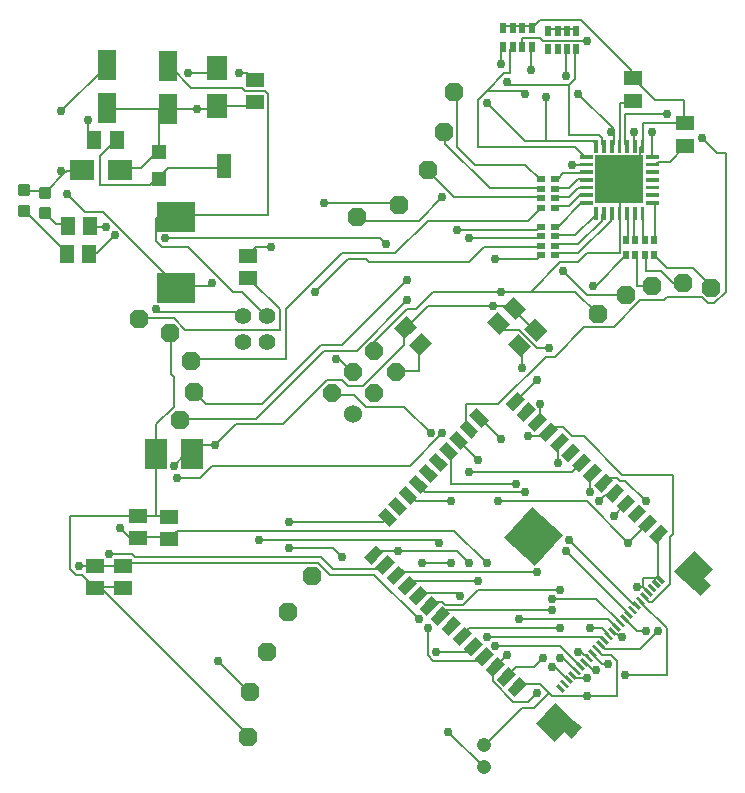
<source format=gbr>
G04 EAGLE Gerber RS-274X export*
G75*
%MOMM*%
%FSLAX34Y34*%
%LPD*%
%INTop Copper*%
%IPPOS*%
%AMOC8*
5,1,8,0,0,1.08239X$1,22.5*%
G01*
%ADD10R,1.500000X1.300000*%
%ADD11R,2.150000X1.800000*%
%ADD12R,1.800000X2.150000*%
%ADD13R,1.600000X2.600000*%
%ADD14R,0.300000X0.800000*%
%ADD15R,2.400000X2.200000*%
%ADD16R,1.300000X0.850000*%
%ADD17R,3.250000X2.500000*%
%ADD18R,1.300000X1.500000*%
%ADD19R,1.300000X1.600000*%
%ADD20R,1.300000X1.300000*%
%ADD21R,1.300000X2.000000*%
%ADD22R,1.950000X2.500000*%
%ADD23C,1.524000*%
%ADD24P,1.649562X8X67.900000*%
%ADD25C,0.080000*%
%ADD26R,4.100000X4.100000*%
%ADD27R,0.650000X0.500000*%
%ADD28R,0.500000X0.650000*%
%ADD29R,1.450000X0.860000*%
%ADD30R,3.500000X3.500000*%
%ADD31R,0.500000X0.900000*%
%ADD32C,0.300000*%
%ADD33R,1.600000X1.300000*%
%ADD34P,1.732040X8X22.500000*%
%ADD35C,1.208000*%
%ADD36C,1.408000*%
%ADD37C,0.203200*%
%ADD38C,0.756400*%


D10*
X-96380Y254130D03*
X-96380Y235130D03*
D11*
X-242590Y178040D03*
X-210090Y178040D03*
D12*
X-128500Y264450D03*
X-128500Y231950D03*
D13*
X-169580Y265980D03*
X-169580Y229980D03*
X-221780Y266580D03*
X-221780Y230580D03*
D14*
G36*
X166724Y-262454D02*
X164705Y-264673D01*
X158788Y-259290D01*
X160807Y-257071D01*
X166724Y-262454D01*
G37*
G36*
X170089Y-258755D02*
X168070Y-260974D01*
X162153Y-255591D01*
X164172Y-253372D01*
X170089Y-258755D01*
G37*
G36*
X173454Y-255057D02*
X171435Y-257276D01*
X165518Y-251893D01*
X167537Y-249674D01*
X173454Y-255057D01*
G37*
G36*
X176819Y-251359D02*
X174800Y-253578D01*
X168883Y-248195D01*
X170902Y-245976D01*
X176819Y-251359D01*
G37*
G36*
X180184Y-247661D02*
X178165Y-249880D01*
X172248Y-244497D01*
X174267Y-242278D01*
X180184Y-247661D01*
G37*
G36*
X183549Y-243963D02*
X181530Y-246182D01*
X175613Y-240799D01*
X177632Y-238580D01*
X183549Y-243963D01*
G37*
G36*
X186914Y-240265D02*
X184895Y-242484D01*
X178978Y-237101D01*
X180997Y-234882D01*
X186914Y-240265D01*
G37*
G36*
X190279Y-236567D02*
X188260Y-238786D01*
X182343Y-233403D01*
X184362Y-231184D01*
X190279Y-236567D01*
G37*
G36*
X193644Y-232868D02*
X191625Y-235087D01*
X185708Y-229704D01*
X187727Y-227485D01*
X193644Y-232868D01*
G37*
G36*
X197010Y-229170D02*
X194991Y-231389D01*
X189074Y-226006D01*
X191093Y-223787D01*
X197010Y-229170D01*
G37*
G36*
X200375Y-225472D02*
X198356Y-227691D01*
X192439Y-222308D01*
X194458Y-220089D01*
X200375Y-225472D01*
G37*
G36*
X203740Y-221774D02*
X201721Y-223993D01*
X195804Y-218610D01*
X197823Y-216391D01*
X203740Y-221774D01*
G37*
G36*
X207105Y-218076D02*
X205086Y-220295D01*
X199169Y-214912D01*
X201188Y-212693D01*
X207105Y-218076D01*
G37*
G36*
X210470Y-214378D02*
X208451Y-216597D01*
X202534Y-211214D01*
X204553Y-208995D01*
X210470Y-214378D01*
G37*
G36*
X213835Y-210679D02*
X211816Y-212898D01*
X205899Y-207515D01*
X207918Y-205296D01*
X213835Y-210679D01*
G37*
G36*
X217200Y-206981D02*
X215181Y-209200D01*
X209264Y-203817D01*
X211283Y-201598D01*
X217200Y-206981D01*
G37*
G36*
X220565Y-203283D02*
X218546Y-205502D01*
X212629Y-200119D01*
X214648Y-197900D01*
X220565Y-203283D01*
G37*
G36*
X223930Y-199585D02*
X221911Y-201804D01*
X215994Y-196421D01*
X218013Y-194202D01*
X223930Y-199585D01*
G37*
G36*
X227295Y-195887D02*
X225276Y-198106D01*
X219359Y-192723D01*
X221378Y-190504D01*
X227295Y-195887D01*
G37*
G36*
X230660Y-192189D02*
X228641Y-194408D01*
X222724Y-189025D01*
X224743Y-186806D01*
X230660Y-192189D01*
G37*
G36*
X234025Y-188491D02*
X232006Y-190710D01*
X226089Y-185327D01*
X228108Y-183108D01*
X234025Y-188491D01*
G37*
G36*
X237390Y-184792D02*
X235371Y-187011D01*
X229454Y-181628D01*
X231473Y-179409D01*
X237390Y-184792D01*
G37*
G36*
X240755Y-181094D02*
X238736Y-183313D01*
X232819Y-177930D01*
X234838Y-175711D01*
X240755Y-181094D01*
G37*
G36*
X244120Y-177396D02*
X242101Y-179615D01*
X236184Y-174232D01*
X238203Y-172013D01*
X244120Y-177396D01*
G37*
G36*
X247485Y-173698D02*
X245466Y-175917D01*
X239549Y-170534D01*
X241568Y-168315D01*
X247485Y-173698D01*
G37*
G36*
X250851Y-170000D02*
X248832Y-172219D01*
X242915Y-166836D01*
X244934Y-164617D01*
X250851Y-170000D01*
G37*
D15*
G36*
X174313Y-288289D02*
X158160Y-306039D01*
X141889Y-291233D01*
X158042Y-273483D01*
X174313Y-288289D01*
G37*
D16*
G36*
X180600Y-294009D02*
X171851Y-303623D01*
X165564Y-297903D01*
X174313Y-288289D01*
X180600Y-294009D01*
G37*
G36*
X290301Y-173449D02*
X281552Y-183063D01*
X275265Y-177343D01*
X284014Y-167729D01*
X290301Y-173449D01*
G37*
D15*
G36*
X291417Y-159593D02*
X275264Y-177343D01*
X258993Y-162537D01*
X275146Y-144787D01*
X291417Y-159593D01*
G37*
D17*
X-163260Y137820D03*
X-163260Y77820D03*
D18*
G36*
X30050Y34465D02*
X21317Y44096D01*
X32428Y54171D01*
X41161Y44540D01*
X30050Y34465D01*
G37*
G36*
X42812Y20389D02*
X34079Y30020D01*
X45190Y40095D01*
X53923Y30464D01*
X42812Y20389D01*
G37*
D19*
X-235700Y130840D03*
X-254700Y130840D03*
X-236260Y106820D03*
X-255260Y106820D03*
D20*
X-177780Y193080D03*
X-177780Y170080D03*
D21*
X-122780Y181580D03*
D19*
X-213300Y203300D03*
X-232300Y203300D03*
D18*
G36*
X119715Y46799D02*
X110176Y37966D01*
X99985Y48971D01*
X109524Y57804D01*
X119715Y46799D01*
G37*
G36*
X133655Y59709D02*
X124116Y50876D01*
X113925Y61881D01*
X123464Y70714D01*
X133655Y59709D01*
G37*
G36*
X137506Y28275D02*
X128076Y19327D01*
X117752Y30207D01*
X127182Y39155D01*
X137506Y28275D01*
G37*
G36*
X151288Y41353D02*
X141858Y32405D01*
X131534Y43285D01*
X140964Y52233D01*
X151288Y41353D01*
G37*
D22*
X-149590Y-62240D03*
X-180090Y-62240D03*
D10*
X-168880Y-134610D03*
X-168880Y-115610D03*
X-195130Y-133900D03*
X-195130Y-114900D03*
X-208060Y-157140D03*
X-208060Y-176140D03*
X-231940Y-157220D03*
X-231940Y-176220D03*
D23*
X-12792Y-29003D03*
D24*
X5043Y-10917D03*
X22877Y7168D03*
X-30877Y-11168D03*
X-13043Y6917D03*
X4792Y25003D03*
D10*
X224000Y236500D03*
X224000Y255500D03*
D25*
X193700Y146950D02*
X193700Y136750D01*
X191300Y136750D01*
X191300Y146950D01*
X193700Y146950D01*
X193700Y137510D02*
X191300Y137510D01*
X191300Y138270D02*
X193700Y138270D01*
X193700Y139030D02*
X191300Y139030D01*
X191300Y139790D02*
X193700Y139790D01*
X193700Y140550D02*
X191300Y140550D01*
X191300Y141310D02*
X193700Y141310D01*
X193700Y142070D02*
X191300Y142070D01*
X191300Y142830D02*
X193700Y142830D01*
X193700Y143590D02*
X191300Y143590D01*
X191300Y144350D02*
X193700Y144350D01*
X193700Y145110D02*
X191300Y145110D01*
X191300Y145870D02*
X193700Y145870D01*
X193700Y146630D02*
X191300Y146630D01*
X200200Y146950D02*
X200200Y136750D01*
X197800Y136750D01*
X197800Y146950D01*
X200200Y146950D01*
X200200Y137510D02*
X197800Y137510D01*
X197800Y138270D02*
X200200Y138270D01*
X200200Y139030D02*
X197800Y139030D01*
X197800Y139790D02*
X200200Y139790D01*
X200200Y140550D02*
X197800Y140550D01*
X197800Y141310D02*
X200200Y141310D01*
X200200Y142070D02*
X197800Y142070D01*
X197800Y142830D02*
X200200Y142830D01*
X200200Y143590D02*
X197800Y143590D01*
X197800Y144350D02*
X200200Y144350D01*
X200200Y145110D02*
X197800Y145110D01*
X197800Y145870D02*
X200200Y145870D01*
X200200Y146630D02*
X197800Y146630D01*
X206700Y146950D02*
X206700Y136750D01*
X204300Y136750D01*
X204300Y146950D01*
X206700Y146950D01*
X206700Y137510D02*
X204300Y137510D01*
X204300Y138270D02*
X206700Y138270D01*
X206700Y139030D02*
X204300Y139030D01*
X204300Y139790D02*
X206700Y139790D01*
X206700Y140550D02*
X204300Y140550D01*
X204300Y141310D02*
X206700Y141310D01*
X206700Y142070D02*
X204300Y142070D01*
X204300Y142830D02*
X206700Y142830D01*
X206700Y143590D02*
X204300Y143590D01*
X204300Y144350D02*
X206700Y144350D01*
X206700Y145110D02*
X204300Y145110D01*
X204300Y145870D02*
X206700Y145870D01*
X206700Y146630D02*
X204300Y146630D01*
X213200Y146950D02*
X213200Y136750D01*
X210800Y136750D01*
X210800Y146950D01*
X213200Y146950D01*
X213200Y137510D02*
X210800Y137510D01*
X210800Y138270D02*
X213200Y138270D01*
X213200Y139030D02*
X210800Y139030D01*
X210800Y139790D02*
X213200Y139790D01*
X213200Y140550D02*
X210800Y140550D01*
X210800Y141310D02*
X213200Y141310D01*
X213200Y142070D02*
X210800Y142070D01*
X210800Y142830D02*
X213200Y142830D01*
X213200Y143590D02*
X210800Y143590D01*
X210800Y144350D02*
X213200Y144350D01*
X213200Y145110D02*
X210800Y145110D01*
X210800Y145870D02*
X213200Y145870D01*
X213200Y146630D02*
X210800Y146630D01*
X219700Y146950D02*
X219700Y136750D01*
X217300Y136750D01*
X217300Y146950D01*
X219700Y146950D01*
X219700Y137510D02*
X217300Y137510D01*
X217300Y138270D02*
X219700Y138270D01*
X219700Y139030D02*
X217300Y139030D01*
X217300Y139790D02*
X219700Y139790D01*
X219700Y140550D02*
X217300Y140550D01*
X217300Y141310D02*
X219700Y141310D01*
X219700Y142070D02*
X217300Y142070D01*
X217300Y142830D02*
X219700Y142830D01*
X219700Y143590D02*
X217300Y143590D01*
X217300Y144350D02*
X219700Y144350D01*
X219700Y145110D02*
X217300Y145110D01*
X217300Y145870D02*
X219700Y145870D01*
X219700Y146630D02*
X217300Y146630D01*
X226200Y146950D02*
X226200Y136750D01*
X223800Y136750D01*
X223800Y146950D01*
X226200Y146950D01*
X226200Y137510D02*
X223800Y137510D01*
X223800Y138270D02*
X226200Y138270D01*
X226200Y139030D02*
X223800Y139030D01*
X223800Y139790D02*
X226200Y139790D01*
X226200Y140550D02*
X223800Y140550D01*
X223800Y141310D02*
X226200Y141310D01*
X226200Y142070D02*
X223800Y142070D01*
X223800Y142830D02*
X226200Y142830D01*
X226200Y143590D02*
X223800Y143590D01*
X223800Y144350D02*
X226200Y144350D01*
X226200Y145110D02*
X223800Y145110D01*
X223800Y145870D02*
X226200Y145870D01*
X226200Y146630D02*
X223800Y146630D01*
X232700Y146950D02*
X232700Y136750D01*
X230300Y136750D01*
X230300Y146950D01*
X232700Y146950D01*
X232700Y137510D02*
X230300Y137510D01*
X230300Y138270D02*
X232700Y138270D01*
X232700Y139030D02*
X230300Y139030D01*
X230300Y139790D02*
X232700Y139790D01*
X232700Y140550D02*
X230300Y140550D01*
X230300Y141310D02*
X232700Y141310D01*
X232700Y142070D02*
X230300Y142070D01*
X230300Y142830D02*
X232700Y142830D01*
X232700Y143590D02*
X230300Y143590D01*
X230300Y144350D02*
X232700Y144350D01*
X232700Y145110D02*
X230300Y145110D01*
X230300Y145870D02*
X232700Y145870D01*
X232700Y146630D02*
X230300Y146630D01*
X232700Y193050D02*
X232700Y203250D01*
X232700Y193050D02*
X230300Y193050D01*
X230300Y203250D01*
X232700Y203250D01*
X232700Y193810D02*
X230300Y193810D01*
X230300Y194570D02*
X232700Y194570D01*
X232700Y195330D02*
X230300Y195330D01*
X230300Y196090D02*
X232700Y196090D01*
X232700Y196850D02*
X230300Y196850D01*
X230300Y197610D02*
X232700Y197610D01*
X232700Y198370D02*
X230300Y198370D01*
X230300Y199130D02*
X232700Y199130D01*
X232700Y199890D02*
X230300Y199890D01*
X230300Y200650D02*
X232700Y200650D01*
X232700Y201410D02*
X230300Y201410D01*
X230300Y202170D02*
X232700Y202170D01*
X232700Y202930D02*
X230300Y202930D01*
X226200Y203250D02*
X226200Y193050D01*
X223800Y193050D01*
X223800Y203250D01*
X226200Y203250D01*
X226200Y193810D02*
X223800Y193810D01*
X223800Y194570D02*
X226200Y194570D01*
X226200Y195330D02*
X223800Y195330D01*
X223800Y196090D02*
X226200Y196090D01*
X226200Y196850D02*
X223800Y196850D01*
X223800Y197610D02*
X226200Y197610D01*
X226200Y198370D02*
X223800Y198370D01*
X223800Y199130D02*
X226200Y199130D01*
X226200Y199890D02*
X223800Y199890D01*
X223800Y200650D02*
X226200Y200650D01*
X226200Y201410D02*
X223800Y201410D01*
X223800Y202170D02*
X226200Y202170D01*
X226200Y202930D02*
X223800Y202930D01*
X219700Y203250D02*
X219700Y193050D01*
X217300Y193050D01*
X217300Y203250D01*
X219700Y203250D01*
X219700Y193810D02*
X217300Y193810D01*
X217300Y194570D02*
X219700Y194570D01*
X219700Y195330D02*
X217300Y195330D01*
X217300Y196090D02*
X219700Y196090D01*
X219700Y196850D02*
X217300Y196850D01*
X217300Y197610D02*
X219700Y197610D01*
X219700Y198370D02*
X217300Y198370D01*
X217300Y199130D02*
X219700Y199130D01*
X219700Y199890D02*
X217300Y199890D01*
X217300Y200650D02*
X219700Y200650D01*
X219700Y201410D02*
X217300Y201410D01*
X217300Y202170D02*
X219700Y202170D01*
X219700Y202930D02*
X217300Y202930D01*
X213200Y203250D02*
X213200Y193050D01*
X210800Y193050D01*
X210800Y203250D01*
X213200Y203250D01*
X213200Y193810D02*
X210800Y193810D01*
X210800Y194570D02*
X213200Y194570D01*
X213200Y195330D02*
X210800Y195330D01*
X210800Y196090D02*
X213200Y196090D01*
X213200Y196850D02*
X210800Y196850D01*
X210800Y197610D02*
X213200Y197610D01*
X213200Y198370D02*
X210800Y198370D01*
X210800Y199130D02*
X213200Y199130D01*
X213200Y199890D02*
X210800Y199890D01*
X210800Y200650D02*
X213200Y200650D01*
X213200Y201410D02*
X210800Y201410D01*
X210800Y202170D02*
X213200Y202170D01*
X213200Y202930D02*
X210800Y202930D01*
X206700Y203250D02*
X206700Y193050D01*
X204300Y193050D01*
X204300Y203250D01*
X206700Y203250D01*
X206700Y193810D02*
X204300Y193810D01*
X204300Y194570D02*
X206700Y194570D01*
X206700Y195330D02*
X204300Y195330D01*
X204300Y196090D02*
X206700Y196090D01*
X206700Y196850D02*
X204300Y196850D01*
X204300Y197610D02*
X206700Y197610D01*
X206700Y198370D02*
X204300Y198370D01*
X204300Y199130D02*
X206700Y199130D01*
X206700Y199890D02*
X204300Y199890D01*
X204300Y200650D02*
X206700Y200650D01*
X206700Y201410D02*
X204300Y201410D01*
X204300Y202170D02*
X206700Y202170D01*
X206700Y202930D02*
X204300Y202930D01*
X200200Y203250D02*
X200200Y193050D01*
X197800Y193050D01*
X197800Y203250D01*
X200200Y203250D01*
X200200Y193810D02*
X197800Y193810D01*
X197800Y194570D02*
X200200Y194570D01*
X200200Y195330D02*
X197800Y195330D01*
X197800Y196090D02*
X200200Y196090D01*
X200200Y196850D02*
X197800Y196850D01*
X197800Y197610D02*
X200200Y197610D01*
X200200Y198370D02*
X197800Y198370D01*
X197800Y199130D02*
X200200Y199130D01*
X200200Y199890D02*
X197800Y199890D01*
X197800Y200650D02*
X200200Y200650D01*
X200200Y201410D02*
X197800Y201410D01*
X197800Y202170D02*
X200200Y202170D01*
X200200Y202930D02*
X197800Y202930D01*
X193700Y203250D02*
X193700Y193050D01*
X191300Y193050D01*
X191300Y203250D01*
X193700Y203250D01*
X193700Y193810D02*
X191300Y193810D01*
X191300Y194570D02*
X193700Y194570D01*
X193700Y195330D02*
X191300Y195330D01*
X191300Y196090D02*
X193700Y196090D01*
X193700Y196850D02*
X191300Y196850D01*
X191300Y197610D02*
X193700Y197610D01*
X193700Y198370D02*
X191300Y198370D01*
X191300Y199130D02*
X193700Y199130D01*
X193700Y199890D02*
X191300Y199890D01*
X191300Y200650D02*
X193700Y200650D01*
X193700Y201410D02*
X191300Y201410D01*
X191300Y202170D02*
X193700Y202170D01*
X193700Y202930D02*
X191300Y202930D01*
X188950Y188300D02*
X178750Y188300D01*
X178750Y190700D01*
X188950Y190700D01*
X188950Y188300D01*
X188950Y189060D02*
X178750Y189060D01*
X178750Y189820D02*
X188950Y189820D01*
X188950Y190580D02*
X178750Y190580D01*
X178750Y181800D02*
X188950Y181800D01*
X178750Y181800D02*
X178750Y184200D01*
X188950Y184200D01*
X188950Y181800D01*
X188950Y182560D02*
X178750Y182560D01*
X178750Y183320D02*
X188950Y183320D01*
X188950Y184080D02*
X178750Y184080D01*
X178750Y175300D02*
X188950Y175300D01*
X178750Y175300D02*
X178750Y177700D01*
X188950Y177700D01*
X188950Y175300D01*
X188950Y176060D02*
X178750Y176060D01*
X178750Y176820D02*
X188950Y176820D01*
X188950Y177580D02*
X178750Y177580D01*
X178750Y168800D02*
X188950Y168800D01*
X178750Y168800D02*
X178750Y171200D01*
X188950Y171200D01*
X188950Y168800D01*
X188950Y169560D02*
X178750Y169560D01*
X178750Y170320D02*
X188950Y170320D01*
X188950Y171080D02*
X178750Y171080D01*
X178750Y162300D02*
X188950Y162300D01*
X178750Y162300D02*
X178750Y164700D01*
X188950Y164700D01*
X188950Y162300D01*
X188950Y163060D02*
X178750Y163060D01*
X178750Y163820D02*
X188950Y163820D01*
X188950Y164580D02*
X178750Y164580D01*
X178750Y155800D02*
X188950Y155800D01*
X178750Y155800D02*
X178750Y158200D01*
X188950Y158200D01*
X188950Y155800D01*
X188950Y156560D02*
X178750Y156560D01*
X178750Y157320D02*
X188950Y157320D01*
X188950Y158080D02*
X178750Y158080D01*
X178750Y149300D02*
X188950Y149300D01*
X178750Y149300D02*
X178750Y151700D01*
X188950Y151700D01*
X188950Y149300D01*
X188950Y150060D02*
X178750Y150060D01*
X178750Y150820D02*
X188950Y150820D01*
X188950Y151580D02*
X178750Y151580D01*
X235050Y149300D02*
X245250Y149300D01*
X235050Y149300D02*
X235050Y151700D01*
X245250Y151700D01*
X245250Y149300D01*
X245250Y150060D02*
X235050Y150060D01*
X235050Y150820D02*
X245250Y150820D01*
X245250Y151580D02*
X235050Y151580D01*
X235050Y155800D02*
X245250Y155800D01*
X235050Y155800D02*
X235050Y158200D01*
X245250Y158200D01*
X245250Y155800D01*
X245250Y156560D02*
X235050Y156560D01*
X235050Y157320D02*
X245250Y157320D01*
X245250Y158080D02*
X235050Y158080D01*
X235050Y162300D02*
X245250Y162300D01*
X235050Y162300D02*
X235050Y164700D01*
X245250Y164700D01*
X245250Y162300D01*
X245250Y163060D02*
X235050Y163060D01*
X235050Y163820D02*
X245250Y163820D01*
X245250Y164580D02*
X235050Y164580D01*
X235050Y168800D02*
X245250Y168800D01*
X235050Y168800D02*
X235050Y171200D01*
X245250Y171200D01*
X245250Y168800D01*
X245250Y169560D02*
X235050Y169560D01*
X235050Y170320D02*
X245250Y170320D01*
X245250Y171080D02*
X235050Y171080D01*
X235050Y175300D02*
X245250Y175300D01*
X235050Y175300D02*
X235050Y177700D01*
X245250Y177700D01*
X245250Y175300D01*
X245250Y176060D02*
X235050Y176060D01*
X235050Y176820D02*
X245250Y176820D01*
X245250Y177580D02*
X235050Y177580D01*
X235050Y181800D02*
X245250Y181800D01*
X235050Y181800D02*
X235050Y184200D01*
X245250Y184200D01*
X245250Y181800D01*
X245250Y182560D02*
X235050Y182560D01*
X235050Y183320D02*
X245250Y183320D01*
X245250Y184080D02*
X235050Y184080D01*
X235050Y188300D02*
X245250Y188300D01*
X235050Y188300D02*
X235050Y190700D01*
X245250Y190700D01*
X245250Y188300D01*
X245250Y189060D02*
X235050Y189060D01*
X235050Y189820D02*
X245250Y189820D01*
X245250Y190580D02*
X235050Y190580D01*
D26*
X212000Y170000D03*
D10*
X268000Y198500D03*
X268000Y217500D03*
D27*
X158250Y146000D03*
X158250Y154000D03*
X158250Y162000D03*
X158250Y170000D03*
X145750Y170000D03*
X145750Y162000D03*
X145750Y154000D03*
X145750Y146000D03*
X158250Y106000D03*
X158250Y114000D03*
X158250Y122000D03*
X158250Y130000D03*
X145750Y130000D03*
X145750Y122000D03*
X145750Y114000D03*
X145750Y106000D03*
D28*
X242000Y118250D03*
X234000Y118250D03*
X226000Y118250D03*
X218000Y118250D03*
X218000Y105750D03*
X226000Y105750D03*
X234000Y105750D03*
X242000Y105750D03*
D29*
G36*
X116277Y-20588D02*
X126109Y-9932D01*
X132429Y-15764D01*
X122597Y-26420D01*
X116277Y-20588D01*
G37*
G36*
X125611Y-29201D02*
X135443Y-18545D01*
X141763Y-24377D01*
X131931Y-35033D01*
X125611Y-29201D01*
G37*
G36*
X134944Y-37813D02*
X144776Y-27157D01*
X151096Y-32989D01*
X141264Y-43645D01*
X134944Y-37813D01*
G37*
G36*
X144278Y-46426D02*
X154110Y-35770D01*
X160430Y-41602D01*
X150598Y-52258D01*
X144278Y-46426D01*
G37*
G36*
X153611Y-55039D02*
X163443Y-44383D01*
X169763Y-50215D01*
X159931Y-60871D01*
X153611Y-55039D01*
G37*
G36*
X162944Y-63651D02*
X172776Y-52995D01*
X179096Y-58827D01*
X169264Y-69483D01*
X162944Y-63651D01*
G37*
G36*
X172278Y-72264D02*
X182110Y-61608D01*
X188430Y-67440D01*
X178598Y-78096D01*
X172278Y-72264D01*
G37*
G36*
X181611Y-80877D02*
X191443Y-70221D01*
X197763Y-76053D01*
X187931Y-86709D01*
X181611Y-80877D01*
G37*
G36*
X190945Y-89489D02*
X200777Y-78833D01*
X207097Y-84665D01*
X197265Y-95321D01*
X190945Y-89489D01*
G37*
G36*
X200278Y-98102D02*
X210110Y-87446D01*
X216430Y-93278D01*
X206598Y-103934D01*
X200278Y-98102D01*
G37*
G36*
X209612Y-106714D02*
X219444Y-96058D01*
X225764Y-101890D01*
X215932Y-112546D01*
X209612Y-106714D01*
G37*
G36*
X218945Y-115327D02*
X228777Y-104671D01*
X235097Y-110503D01*
X225265Y-121159D01*
X218945Y-115327D01*
G37*
G36*
X228278Y-123940D02*
X238110Y-113284D01*
X244430Y-119116D01*
X234598Y-129772D01*
X228278Y-123940D01*
G37*
G36*
X237612Y-132552D02*
X247444Y-121896D01*
X253764Y-127728D01*
X243932Y-138384D01*
X237612Y-132552D01*
G37*
G36*
X-3486Y-150374D02*
X6346Y-139718D01*
X12666Y-145550D01*
X2834Y-156206D01*
X-3486Y-150374D01*
G37*
G36*
X5848Y-158987D02*
X15680Y-148331D01*
X22000Y-154163D01*
X12168Y-164819D01*
X5848Y-158987D01*
G37*
G36*
X15181Y-167599D02*
X25013Y-156943D01*
X31333Y-162775D01*
X21501Y-173431D01*
X15181Y-167599D01*
G37*
G36*
X24515Y-176212D02*
X34347Y-165556D01*
X40667Y-171388D01*
X30835Y-182044D01*
X24515Y-176212D01*
G37*
G36*
X33848Y-184825D02*
X43680Y-174169D01*
X50000Y-180001D01*
X40168Y-190657D01*
X33848Y-184825D01*
G37*
G36*
X43181Y-193437D02*
X53013Y-182781D01*
X59333Y-188613D01*
X49501Y-199269D01*
X43181Y-193437D01*
G37*
G36*
X52515Y-202050D02*
X62347Y-191394D01*
X68667Y-197226D01*
X58835Y-207882D01*
X52515Y-202050D01*
G37*
G36*
X61848Y-210662D02*
X71680Y-200006D01*
X78000Y-205838D01*
X68168Y-216494D01*
X61848Y-210662D01*
G37*
G36*
X71182Y-219275D02*
X81014Y-208619D01*
X87334Y-214451D01*
X77502Y-225107D01*
X71182Y-219275D01*
G37*
G36*
X80515Y-227888D02*
X90347Y-217232D01*
X96667Y-223064D01*
X86835Y-233720D01*
X80515Y-227888D01*
G37*
G36*
X89849Y-236500D02*
X99681Y-225844D01*
X106001Y-231676D01*
X96169Y-242332D01*
X89849Y-236500D01*
G37*
G36*
X99182Y-245113D02*
X109014Y-234457D01*
X115334Y-240289D01*
X105502Y-250945D01*
X99182Y-245113D01*
G37*
G36*
X108515Y-253726D02*
X118347Y-243070D01*
X124667Y-248902D01*
X114835Y-259558D01*
X108515Y-253726D01*
G37*
G36*
X117849Y-262338D02*
X127681Y-251682D01*
X134001Y-257514D01*
X124169Y-268170D01*
X117849Y-262338D01*
G37*
G36*
X52803Y-86792D02*
X42147Y-76960D01*
X47979Y-70640D01*
X58635Y-80472D01*
X52803Y-86792D01*
G37*
G36*
X44191Y-96126D02*
X33535Y-86294D01*
X39367Y-79974D01*
X50023Y-89806D01*
X44191Y-96126D01*
G37*
G36*
X35578Y-105459D02*
X24922Y-95627D01*
X30754Y-89307D01*
X41410Y-99139D01*
X35578Y-105459D01*
G37*
G36*
X26965Y-114792D02*
X16309Y-104960D01*
X22141Y-98640D01*
X32797Y-108472D01*
X26965Y-114792D01*
G37*
G36*
X18353Y-124126D02*
X7697Y-114294D01*
X13529Y-107974D01*
X24185Y-117806D01*
X18353Y-124126D01*
G37*
G36*
X61416Y-77459D02*
X50760Y-67627D01*
X56592Y-61307D01*
X67248Y-71139D01*
X61416Y-77459D01*
G37*
G36*
X70028Y-68125D02*
X59372Y-58293D01*
X65204Y-51973D01*
X75860Y-61805D01*
X70028Y-68125D01*
G37*
G36*
X78641Y-58792D02*
X67985Y-48960D01*
X73817Y-42640D01*
X84473Y-52472D01*
X78641Y-58792D01*
G37*
G36*
X87254Y-49459D02*
X76598Y-39627D01*
X82430Y-33307D01*
X93086Y-43139D01*
X87254Y-49459D01*
G37*
G36*
X95866Y-40125D02*
X85210Y-30293D01*
X91042Y-23973D01*
X101698Y-33805D01*
X95866Y-40125D01*
G37*
D30*
G36*
X114832Y-133485D02*
X138567Y-107764D01*
X164288Y-131499D01*
X140553Y-157220D01*
X114832Y-133485D01*
G37*
D31*
X138000Y298000D03*
X130000Y298000D03*
X122000Y298000D03*
X114000Y298000D03*
X114000Y282000D03*
X122000Y282000D03*
X130000Y282000D03*
X138000Y282000D03*
X176000Y296000D03*
X168000Y296000D03*
X160000Y296000D03*
X152000Y296000D03*
X152000Y280000D03*
X160000Y280000D03*
X168000Y280000D03*
X176000Y280000D03*
D32*
X-270500Y144730D02*
X-277500Y144730D01*
X-270500Y144730D02*
X-270500Y137730D01*
X-277500Y137730D01*
X-277500Y144730D01*
X-277500Y140580D02*
X-270500Y140580D01*
X-270500Y143430D02*
X-277500Y143430D01*
X-277500Y162270D02*
X-270500Y162270D01*
X-270500Y155270D01*
X-277500Y155270D01*
X-277500Y162270D01*
X-277500Y158120D02*
X-270500Y158120D01*
X-270500Y160970D02*
X-277500Y160970D01*
X-288500Y146730D02*
X-295500Y146730D01*
X-288500Y146730D02*
X-288500Y139730D01*
X-295500Y139730D01*
X-295500Y146730D01*
X-295500Y142580D02*
X-288500Y142580D01*
X-288500Y145430D02*
X-295500Y145430D01*
X-295500Y164270D02*
X-288500Y164270D01*
X-288500Y157270D01*
X-295500Y157270D01*
X-295500Y164270D01*
X-295500Y160120D02*
X-288500Y160120D01*
X-288500Y162970D02*
X-295500Y162970D01*
D33*
X-102000Y86500D03*
X-102000Y105500D03*
D34*
X72000Y244000D03*
X64000Y210000D03*
X50000Y178000D03*
X-150000Y16000D03*
X-148000Y-10000D03*
X-160000Y-34000D03*
X-48000Y-166000D03*
X-68000Y-196000D03*
X-86000Y-230000D03*
X240000Y80000D03*
X266000Y82000D03*
X290000Y78000D03*
X-10000Y138000D03*
X-194000Y52000D03*
X-100000Y-264000D03*
X218000Y72000D03*
X26000Y148000D03*
X-168000Y40000D03*
X-102000Y-302000D03*
X194000Y56000D03*
D35*
X98000Y-327500D03*
X98000Y-308500D03*
D36*
X-86000Y54000D03*
X-106000Y54000D03*
X-106000Y32000D03*
X-86000Y32000D03*
D37*
X195000Y-230000D02*
X197500Y-232500D01*
X205000Y-232500D01*
X210000Y-237500D01*
X210000Y-267500D01*
X185000Y-267500D02*
X155000Y-267500D01*
X185000Y-267500D02*
X210000Y-267500D01*
X152500Y-265000D02*
X145000Y-257500D01*
X152500Y-265000D02*
X155000Y-267500D01*
X145000Y-257500D02*
X127500Y-257500D01*
X193042Y-227588D02*
X195000Y-230000D01*
X127500Y-257500D02*
X125925Y-259926D01*
X130000Y-277500D02*
X100000Y-307500D01*
X130000Y-277500D02*
X140000Y-277500D01*
X152500Y-265000D01*
X100000Y-307500D02*
X98000Y-308500D01*
X232500Y-175000D02*
X235000Y-177500D01*
X232500Y-175000D02*
X232500Y-167500D01*
X242500Y-167500D02*
X245000Y-167500D01*
X242500Y-167500D02*
X232500Y-167500D01*
X235000Y-177500D02*
X236787Y-179512D01*
X242500Y-170000D02*
X242500Y-167500D01*
X242500Y-170000D02*
X243517Y-172116D01*
X245000Y-167500D02*
X245000Y-132500D01*
X245688Y-130140D01*
X245000Y-167500D02*
X246883Y-168418D01*
X112500Y-50000D02*
X95000Y-32500D01*
X93454Y-32049D01*
X227500Y-175000D02*
X232500Y-175000D01*
X212500Y142500D02*
X212500Y170000D01*
X212500Y142500D02*
X212000Y141850D01*
X230000Y170000D02*
X230000Y197500D01*
X230000Y170000D02*
X212500Y170000D01*
X230000Y197500D02*
X231500Y198150D01*
X212500Y170000D02*
X212000Y170000D01*
X120000Y300000D02*
X115000Y300000D01*
X114000Y298000D01*
X120000Y300000D02*
X122000Y298000D01*
X122500Y300000D02*
X130000Y300000D01*
X122500Y300000D02*
X122000Y298000D01*
X130000Y300000D02*
X137500Y300000D01*
X138000Y298000D01*
X130000Y298000D02*
X130000Y300000D01*
X267500Y237500D02*
X267500Y217500D01*
X267500Y237500D02*
X242500Y237500D01*
X225000Y255000D01*
X224000Y255500D01*
X145000Y305000D02*
X138000Y298000D01*
X145000Y305000D02*
X180000Y305000D01*
X222500Y262500D01*
X222500Y257500D01*
X224000Y255500D01*
X232500Y217500D02*
X232500Y200000D01*
X232500Y217500D02*
X267500Y217500D01*
X232500Y200000D02*
X231500Y198150D01*
X267500Y217500D02*
X268000Y217500D01*
X5000Y32500D02*
X5000Y27500D01*
X5000Y32500D02*
X32500Y60000D01*
X40000Y60000D01*
X55000Y75000D01*
X137500Y75000D02*
X175000Y75000D01*
X137500Y75000D02*
X112500Y75000D01*
X55000Y75000D01*
X175000Y75000D02*
X194000Y56000D01*
X5000Y27500D02*
X4792Y25003D01*
X212500Y107500D02*
X212500Y140000D01*
X212500Y107500D02*
X185000Y107500D01*
X177500Y100000D01*
X162500Y100000D01*
X137500Y75000D01*
X212500Y140000D02*
X212000Y141850D01*
X-180000Y192500D02*
X-192500Y180000D01*
X-210000Y180000D01*
X-180000Y192500D02*
X-177780Y193080D01*
X-210000Y180000D02*
X-210090Y178040D01*
X-100000Y232500D02*
X-97500Y235000D01*
X-100000Y232500D02*
X-127500Y232500D01*
X-97500Y235000D02*
X-96380Y235130D01*
X-127500Y232500D02*
X-128500Y231950D01*
X-130000Y230000D02*
X-145000Y230000D01*
X-167500Y230000D01*
X-169580Y229980D01*
X-130000Y230000D02*
X-128500Y231950D01*
X-170000Y230000D02*
X-177500Y230000D01*
X-220000Y230000D01*
X-221780Y230580D01*
X-170000Y230000D02*
X-169580Y229980D01*
X-177500Y230000D02*
X-177500Y195000D01*
X-177780Y193080D01*
X-177500Y230000D02*
X-169580Y229980D01*
X-210000Y-175000D02*
X-227500Y-175000D01*
X-230000Y-175000D01*
X-231940Y-176220D01*
X-210000Y-175000D02*
X-208060Y-176140D01*
X-195000Y-115000D02*
X-180000Y-115000D01*
X-170000Y-115000D01*
X-168880Y-115610D01*
X-195000Y-115000D02*
X-195130Y-114900D01*
X-242500Y-165000D02*
X-232500Y-175000D01*
X-242500Y-165000D02*
X-247500Y-165000D01*
X-252500Y-160000D01*
X-252500Y-115000D01*
X-197500Y-115000D01*
X-232500Y-175000D02*
X-231940Y-176220D01*
X-197500Y-115000D02*
X-195130Y-114900D01*
X-180000Y-115000D02*
X-180000Y-62500D01*
X-180090Y-62240D01*
X-167500Y5000D02*
X-167500Y40000D01*
X-167500Y5000D02*
X-165000Y2500D01*
X-165000Y-22500D01*
X-180000Y-37500D01*
X-180000Y-60000D01*
X-168000Y40000D02*
X-167500Y40000D01*
X-180000Y-60000D02*
X-180090Y-62240D01*
X-227500Y-175000D02*
X-102500Y-300000D01*
X-102000Y-302000D01*
X-227500Y-175000D02*
X-231940Y-176220D01*
X-37500Y150000D02*
X25000Y150000D01*
X26000Y148000D01*
D38*
X112500Y-50000D03*
X227500Y-175000D03*
X185000Y-267500D03*
X112500Y75000D03*
X-145000Y230000D03*
X-37500Y150000D03*
D37*
X192500Y-185000D02*
X212500Y-205000D01*
X192500Y-185000D02*
X155000Y-185000D01*
X147500Y-235000D02*
X140000Y-242500D01*
X125000Y-242500D01*
X117500Y-250000D01*
X212500Y-205000D02*
X213232Y-205399D01*
X117500Y-250000D02*
X116591Y-251314D01*
D38*
X155000Y-185000D03*
X147500Y-235000D03*
D37*
X182500Y-232500D02*
X185000Y-232500D01*
X182500Y-232500D02*
X180000Y-230000D01*
X177500Y-230000D01*
X142500Y-265000D02*
X135000Y-272500D01*
X122500Y-272500D01*
X105000Y-255000D01*
X105000Y-245000D01*
X185000Y-232500D02*
X186311Y-234985D01*
X107258Y-242701D02*
X105000Y-245000D01*
X107500Y-242500D02*
X117500Y-232500D01*
X107500Y-242500D02*
X107258Y-242701D01*
D38*
X177500Y-230000D03*
X142500Y-265000D03*
X117500Y-232500D03*
D37*
X97500Y-235000D02*
X95000Y-237500D01*
X55000Y-237500D01*
X50000Y-232500D01*
X50000Y-210000D01*
X52500Y-45000D02*
X30000Y-22500D01*
X-2500Y-22500D01*
X-12500Y-12500D01*
X-30000Y-12500D01*
X97925Y-234088D02*
X97500Y-235000D01*
X-30000Y-12500D02*
X-30877Y-11168D01*
D38*
X50000Y-210000D03*
X52500Y-45000D03*
D37*
X87500Y-227500D02*
X85000Y-230000D01*
X57500Y-230000D01*
X87500Y-227500D02*
X88591Y-225476D01*
D38*
X57500Y-230000D03*
D37*
X165000Y-235000D02*
X175000Y-245000D01*
X165000Y-235000D02*
X162500Y-235000D01*
X162500Y-210000D02*
X85000Y-210000D01*
X80000Y-215000D01*
X175000Y-245000D02*
X176216Y-246079D01*
X80000Y-215000D02*
X79258Y-216863D01*
D38*
X162500Y-235000D03*
X162500Y-210000D03*
D37*
X157500Y-242500D02*
X167500Y-252500D01*
X157500Y-242500D02*
X155000Y-242500D01*
X155000Y-195000D02*
X65000Y-195000D01*
X62500Y-197500D01*
X167500Y-252500D02*
X169486Y-253475D01*
X62500Y-197500D02*
X60591Y-199638D01*
D38*
X155000Y-242500D03*
X155000Y-195000D03*
D37*
X172500Y-250000D02*
X175000Y-252500D01*
X185000Y-252500D01*
X162500Y-177500D02*
X92500Y-177500D01*
X80000Y-190000D01*
X65000Y-190000D01*
X62500Y-187500D01*
X55000Y-187500D01*
X52500Y-190000D01*
X172500Y-250000D02*
X172851Y-249777D01*
X52500Y-190000D02*
X51257Y-191025D01*
D38*
X185000Y-252500D03*
X162500Y-177500D03*
D37*
X162500Y-225000D02*
X177500Y-240000D01*
X162500Y-225000D02*
X107500Y-225000D01*
X77500Y-182500D02*
X75000Y-180000D01*
X42500Y-180000D01*
X177500Y-240000D02*
X179581Y-242381D01*
X41924Y-182413D02*
X42500Y-180000D01*
D38*
X107500Y-225000D03*
X77500Y-182500D03*
D37*
X37500Y-170000D02*
X35000Y-172500D01*
X37500Y-170000D02*
X92500Y-170000D01*
X35000Y-172500D02*
X32591Y-173800D01*
D38*
X92500Y-170000D03*
D37*
X12500Y-157500D02*
X10000Y-160000D01*
X-30000Y-160000D01*
X-40000Y-150000D01*
X-197500Y-150000D01*
X-200000Y-147500D01*
X-220000Y-147500D01*
X12500Y-157500D02*
X13924Y-156575D01*
D38*
X-220000Y-147500D03*
D37*
X42500Y7500D02*
X42500Y30000D01*
X42500Y7500D02*
X25000Y7500D01*
X42500Y30000D02*
X44001Y30242D01*
X25000Y7500D02*
X22877Y7168D01*
X197500Y-217500D02*
X200000Y-220000D01*
X197500Y-217500D02*
X100000Y-217500D01*
X85000Y-155000D02*
X75000Y-145000D01*
X25000Y-145000D02*
X7500Y-145000D01*
X25000Y-145000D02*
X75000Y-145000D01*
X7500Y-145000D02*
X5000Y-147500D01*
X199772Y-220192D02*
X200000Y-220000D01*
X5000Y-147500D02*
X4590Y-147962D01*
D38*
X100000Y-217500D03*
X85000Y-155000D03*
X25000Y-145000D03*
D37*
X40000Y-102500D02*
X35000Y-97500D01*
X40000Y-102500D02*
X70000Y-102500D01*
X35000Y-97500D02*
X33166Y-97383D01*
D38*
X70000Y-102500D03*
D37*
X47500Y-95000D02*
X42500Y-90000D01*
X47500Y-95000D02*
X132500Y-95000D01*
X42500Y-90000D02*
X41779Y-88050D01*
D38*
X132500Y-95000D03*
D37*
X185000Y-240000D02*
X190000Y-245000D01*
X192500Y-245000D01*
X195000Y-102500D02*
X200000Y-97500D01*
X207500Y-97500D01*
X182946Y-238683D02*
X185000Y-240000D01*
X207500Y-97500D02*
X208354Y-95690D01*
D38*
X192500Y-245000D03*
X195000Y-102500D03*
D37*
X190000Y-232500D02*
X197500Y-240000D01*
X202500Y-240000D01*
X207500Y-115000D02*
X217500Y-105000D01*
X189676Y-231286D02*
X190000Y-232500D01*
X217500Y-105000D02*
X217688Y-104302D01*
D38*
X202500Y-240000D03*
X207500Y-115000D03*
D37*
X197500Y-225000D02*
X200000Y-227500D01*
X230000Y-227500D01*
X245000Y-212500D01*
X235000Y-102500D02*
X217500Y-85000D01*
X212500Y-85000D01*
X210000Y-82500D01*
X202500Y-82500D01*
X200000Y-85000D01*
X196407Y-223890D02*
X197500Y-225000D01*
X199021Y-87077D02*
X200000Y-85000D01*
D38*
X245000Y-212500D03*
X235000Y-102500D03*
D37*
X197500Y-210000D02*
X202500Y-215000D01*
X197500Y-210000D02*
X187500Y-210000D01*
X187500Y-95000D02*
X187500Y-80000D01*
X202500Y-215000D02*
X203137Y-216494D01*
X187500Y-80000D02*
X189687Y-78465D01*
D38*
X187500Y-210000D03*
X187500Y-95000D03*
D37*
X172500Y-77500D02*
X180000Y-70000D01*
X172500Y-77500D02*
X85000Y-77500D01*
X62500Y-45000D02*
X35000Y-72500D01*
X-132500Y-72500D01*
X-142500Y-82500D01*
X-162500Y-82500D01*
X180000Y-70000D02*
X180354Y-69852D01*
D38*
X85000Y-77500D03*
X62500Y-45000D03*
X-162500Y-82500D03*
D37*
X167500Y-145000D02*
X220000Y-197500D01*
X160000Y-70000D02*
X160000Y-55000D01*
X220000Y-197500D02*
X219962Y-198003D01*
X160000Y-55000D02*
X161687Y-52627D01*
D38*
X167500Y-145000D03*
X160000Y-70000D03*
D37*
X235000Y-185000D02*
X237500Y-187500D01*
X240000Y-187500D01*
X255000Y-172500D01*
X255000Y-132500D01*
X257500Y-130000D01*
X257500Y-80000D01*
X215000Y-80000D01*
X182500Y-47500D01*
X172500Y-47500D01*
X165000Y-40000D01*
X155000Y-40000D01*
X152500Y-42500D01*
X233422Y-183210D02*
X235000Y-185000D01*
X152354Y-44014D02*
X152500Y-42500D01*
X130000Y10000D02*
X130000Y27500D01*
X135000Y-47500D02*
X147500Y-47500D01*
X150000Y-45000D01*
X130000Y27500D02*
X127629Y29241D01*
X152354Y-44014D02*
X150000Y-45000D01*
D38*
X130000Y10000D03*
X135000Y-47500D03*
D37*
X170000Y-135000D02*
X225000Y-190000D01*
X145000Y-35000D02*
X145000Y-20000D01*
X225000Y-190000D02*
X226692Y-190607D01*
X145000Y-35000D02*
X143020Y-35401D01*
X115000Y42500D02*
X110000Y47500D01*
X115000Y42500D02*
X127500Y42500D01*
X142500Y27500D01*
X152500Y27500D01*
X110000Y47500D02*
X109850Y47885D01*
D38*
X170000Y-135000D03*
X145000Y-20000D03*
X152500Y27500D03*
D37*
X225000Y198150D02*
X225000Y210000D01*
X142500Y0D02*
X125000Y-17500D01*
X124353Y-18176D01*
D38*
X225000Y210000D03*
X142500Y0D03*
D37*
X217500Y200000D02*
X217500Y225000D01*
X252500Y225000D01*
X217500Y200000D02*
X218500Y198150D01*
X82500Y-20000D02*
X82500Y-40000D01*
X82500Y-20000D02*
X110000Y-20000D01*
X150000Y20000D01*
X157500Y20000D01*
X182500Y45000D01*
X207500Y45000D01*
X230000Y67500D01*
X250000Y67500D01*
X252500Y70000D01*
X282500Y70000D01*
X287500Y65000D01*
X292500Y65000D01*
X302500Y75000D01*
X302500Y192500D01*
X295000Y192500D01*
X282500Y205000D01*
X84842Y-41383D02*
X82500Y-40000D01*
D38*
X252500Y225000D03*
X282500Y205000D03*
D37*
X77500Y-52500D02*
X92500Y-67500D01*
X77500Y-52500D02*
X76229Y-50716D01*
D38*
X92500Y-67500D03*
D37*
X207500Y-215000D02*
X210000Y-215000D01*
X212500Y-217500D01*
X215000Y-217500D01*
X220000Y-137500D02*
X235000Y-122500D01*
X206502Y-212796D02*
X207500Y-215000D01*
X235000Y-122500D02*
X236354Y-121528D01*
X220000Y-137500D02*
X185000Y-102500D01*
X110000Y-102500D01*
X-97500Y255000D02*
X-102500Y260000D01*
X-110000Y260000D01*
X-97500Y255000D02*
X-96380Y254130D01*
X-142500Y-55000D02*
X-147500Y-60000D01*
X-142500Y-55000D02*
X-130000Y-55000D01*
X-147500Y-60000D02*
X-149590Y-62240D01*
X32500Y45000D02*
X50000Y62500D01*
X105000Y62500D02*
X122500Y62500D01*
X105000Y62500D02*
X50000Y62500D01*
X32500Y45000D02*
X31239Y44318D01*
X122500Y62500D02*
X123790Y60795D01*
X122500Y60000D02*
X140000Y42500D01*
X141411Y42319D01*
X123790Y60795D02*
X122500Y60000D01*
X-112500Y-37500D02*
X-130000Y-55000D01*
X-112500Y-37500D02*
X-72500Y-37500D01*
X-35000Y0D01*
X-22500Y0D01*
X-17500Y-5000D01*
X-5000Y-5000D01*
X30000Y30000D01*
X30000Y42500D01*
X31239Y44318D01*
X-155000Y-62500D02*
X-165000Y-72500D01*
X-155000Y-62500D02*
X-150000Y-62500D01*
X-149590Y-62240D01*
D38*
X215000Y-217500D03*
X220000Y-137500D03*
X110000Y-102500D03*
X-110000Y260000D03*
X-130000Y-55000D03*
X-165000Y-72500D03*
X105000Y62500D03*
D37*
X-232500Y-157500D02*
X-245000Y-157500D01*
X-232500Y-157500D02*
X-231940Y-157220D01*
X230000Y-187500D02*
X252500Y-210000D01*
X252500Y-250000D01*
X217500Y-250000D01*
X70000Y-155000D02*
X45000Y-155000D01*
X5000Y-165000D02*
X42500Y-202500D01*
X5000Y-165000D02*
X-32500Y-165000D01*
X-42500Y-155000D01*
X-207500Y-155000D01*
X230000Y-187500D02*
X230057Y-186909D01*
X-207500Y-155000D02*
X-208060Y-157140D01*
X-210000Y-157500D02*
X-230000Y-157500D01*
X-231940Y-157220D01*
X-210000Y-157500D02*
X-208060Y-157140D01*
D38*
X-245000Y-157500D03*
X217500Y-250000D03*
X70000Y-155000D03*
X45000Y-155000D03*
X42500Y-202500D03*
D37*
X217500Y-202500D02*
X227500Y-212500D01*
X235000Y-212500D01*
X217500Y-202500D02*
X216597Y-201701D01*
D38*
X235000Y-212500D03*
D37*
X185000Y72500D02*
X165000Y92500D01*
X185000Y72500D02*
X217500Y72500D01*
X218000Y72000D01*
X-15000Y7500D02*
X-25000Y17500D01*
X-27500Y17500D01*
X-15000Y7500D02*
X-13043Y6917D01*
X-127500Y-237500D02*
X-102500Y-262500D01*
X-100000Y-262500D01*
X-100000Y-264000D01*
X-75000Y60000D02*
X-100000Y85000D01*
X-75000Y60000D02*
X-75000Y42500D01*
X-155000Y42500D01*
X-165000Y52500D01*
X-192500Y52500D01*
X-102000Y86500D02*
X-100000Y85000D01*
X-192500Y52500D02*
X-194000Y52000D01*
X-260000Y227500D02*
X-222500Y265000D01*
X-221780Y266580D01*
X42500Y135000D02*
X62500Y155000D01*
X42500Y135000D02*
X-7500Y135000D01*
X-10000Y137500D01*
X-10000Y138000D01*
D38*
X165000Y92500D03*
X-27500Y17500D03*
X-127500Y-237500D03*
X-260000Y227500D03*
X62500Y155000D03*
D37*
X-210000Y-125000D02*
X-202500Y-132500D01*
X-197500Y-132500D01*
X-195130Y-133900D01*
X202500Y-202500D02*
X207500Y-207500D01*
X202500Y-202500D02*
X127500Y-202500D01*
X100000Y-155000D02*
X72500Y-127500D01*
X-162500Y-127500D01*
X-167500Y-132500D01*
X207500Y-207500D02*
X209867Y-209097D01*
X-167500Y-132500D02*
X-168880Y-134610D01*
X-170000Y-132500D02*
X-195000Y-132500D01*
X-195130Y-133900D01*
X-170000Y-132500D02*
X-168880Y-134610D01*
D38*
X-210000Y-125000D03*
X127500Y-202500D03*
X100000Y-155000D03*
D37*
X-215000Y122500D02*
X-230000Y107500D01*
X-235000Y107500D01*
X-236260Y106820D01*
D38*
X-215000Y122500D03*
D37*
X-222500Y130000D02*
X-235000Y130000D01*
X-235700Y130840D01*
D38*
X-222500Y130000D03*
D37*
X-172500Y120000D02*
X10000Y120000D01*
X15000Y115000D01*
D38*
X-172500Y120000D03*
X15000Y115000D03*
D37*
X-177500Y57500D02*
X-180000Y60000D01*
X-177500Y57500D02*
X-110000Y57500D01*
X-107500Y55000D01*
X-106000Y54000D01*
X-132500Y260000D02*
X-130000Y262500D01*
X-132500Y260000D02*
X-152500Y260000D01*
X-130000Y262500D02*
X-128500Y264450D01*
D38*
X-180000Y60000D03*
X-152500Y260000D03*
D37*
X-272500Y140000D02*
X-265000Y132500D01*
X-255000Y132500D01*
X-272500Y140000D02*
X-274000Y141230D01*
X-255000Y132500D02*
X-254700Y130840D01*
X-255000Y107500D02*
X-290000Y142500D01*
X-292000Y143230D01*
X-255000Y107500D02*
X-255260Y106820D01*
X-240000Y142500D02*
X-255000Y157500D01*
X-240000Y142500D02*
X-225000Y142500D01*
X-162500Y80000D01*
X-135000Y80000D02*
X-132500Y82500D01*
X-135000Y80000D02*
X-162500Y80000D01*
X-163260Y77820D01*
D38*
X-255000Y157500D03*
X-132500Y82500D03*
D37*
X-102000Y105500D02*
X-95000Y112500D01*
X-82500Y112500D01*
D38*
X-82500Y112500D03*
D37*
X-170000Y180000D02*
X-177500Y172500D01*
X-170000Y180000D02*
X-125000Y180000D01*
X-177500Y172500D02*
X-177780Y170080D01*
X-125000Y180000D02*
X-122780Y181580D01*
X-215000Y202500D02*
X-227500Y190000D01*
X-227500Y165000D01*
X-185000Y165000D01*
X-180000Y170000D01*
X-213300Y203300D02*
X-215000Y202500D01*
X-180000Y170000D02*
X-177780Y170080D01*
X-237500Y205000D02*
X-237500Y220000D01*
X-237500Y205000D02*
X-232500Y205000D01*
X-232300Y203300D01*
D38*
X-237500Y220000D03*
D37*
X160000Y170000D02*
X165000Y175000D01*
X182500Y175000D01*
X160000Y170000D02*
X158250Y170000D01*
X182500Y175000D02*
X183850Y176500D01*
X170000Y162500D02*
X160000Y162500D01*
X170000Y162500D02*
X177500Y170000D01*
X183850Y170000D01*
X160000Y162500D02*
X158250Y162000D01*
X160000Y155000D02*
X170000Y155000D01*
X177500Y162500D01*
X182500Y162500D01*
X160000Y155000D02*
X158250Y154000D01*
X182500Y162500D02*
X183850Y163500D01*
X170000Y147500D02*
X160000Y147500D01*
X170000Y147500D02*
X180000Y157500D01*
X182500Y157500D01*
X160000Y147500D02*
X158250Y146000D01*
X182500Y157500D02*
X183850Y157000D01*
X180000Y150000D02*
X160000Y130000D01*
X180000Y150000D02*
X182500Y150000D01*
X160000Y130000D02*
X158250Y130000D01*
X182500Y150000D02*
X183850Y150500D01*
X175000Y122500D02*
X160000Y122500D01*
X175000Y122500D02*
X192500Y140000D01*
X160000Y122500D02*
X158250Y122000D01*
X192500Y140000D02*
X192500Y141850D01*
X177500Y115000D02*
X160000Y115000D01*
X177500Y115000D02*
X197500Y135000D01*
X197500Y140000D01*
X160000Y115000D02*
X158250Y114000D01*
X197500Y140000D02*
X199000Y141850D01*
X177500Y107500D02*
X160000Y107500D01*
X177500Y107500D02*
X205000Y135000D01*
X205000Y140000D01*
X160000Y107500D02*
X158250Y106000D01*
X205000Y140000D02*
X205500Y141850D01*
X220000Y140000D02*
X220000Y120000D01*
X218000Y118250D01*
X220000Y140000D02*
X218500Y141850D01*
X225000Y141850D02*
X225000Y120000D01*
X226000Y118250D01*
X232500Y120000D02*
X232500Y140000D01*
X232500Y120000D02*
X234000Y118250D01*
X232500Y140000D02*
X231500Y141850D01*
X242500Y150000D02*
X242500Y120000D01*
X242000Y118250D01*
X242500Y150000D02*
X240150Y150500D01*
X167500Y257500D02*
X167500Y280000D01*
X177500Y242500D02*
X207500Y212500D01*
X207500Y210000D02*
X207500Y200000D01*
X207500Y210000D02*
X207500Y212500D01*
X207500Y200000D02*
X205000Y200000D01*
X168000Y280000D02*
X167500Y280000D01*
X205000Y200000D02*
X205500Y198150D01*
X205000Y210000D02*
X207500Y210000D01*
D38*
X167500Y257500D03*
X177500Y242500D03*
X205000Y210000D03*
D37*
X175000Y255000D02*
X175000Y280000D01*
X175000Y255000D02*
X170000Y250000D01*
X170000Y207500D01*
X195000Y207500D01*
X197500Y205000D01*
X197500Y200000D01*
X176000Y280000D02*
X175000Y280000D01*
X197500Y200000D02*
X199000Y198150D01*
X120000Y250000D02*
X117500Y252500D01*
X120000Y250000D02*
X170000Y250000D01*
D38*
X117500Y252500D03*
D37*
X112500Y267500D02*
X112500Y280000D01*
X100000Y235000D02*
X132500Y202500D01*
X150000Y202500D02*
X190000Y202500D01*
X150000Y202500D02*
X132500Y202500D01*
X190000Y202500D02*
X192500Y200000D01*
X112500Y280000D02*
X114000Y282000D01*
X192500Y200000D02*
X192500Y198150D01*
X150000Y202500D02*
X150000Y240000D01*
D38*
X112500Y267500D03*
X100000Y235000D03*
X150000Y240000D03*
D37*
X120000Y260000D02*
X120000Y280000D01*
X120000Y260000D02*
X115000Y260000D01*
X100000Y245000D02*
X92500Y237500D01*
X100000Y245000D02*
X115000Y260000D01*
X92500Y237500D02*
X92500Y197500D01*
X175000Y197500D01*
X182500Y190000D01*
X120000Y280000D02*
X122000Y282000D01*
X182500Y190000D02*
X183850Y189500D01*
X132500Y242500D02*
X130000Y245000D01*
X100000Y245000D01*
D38*
X132500Y242500D03*
D37*
X130000Y282000D02*
X130000Y290000D01*
X145000Y290000D01*
X147500Y287500D01*
X185000Y287500D01*
X182500Y182500D02*
X172500Y182500D01*
X182500Y182500D02*
X183850Y183000D01*
D38*
X185000Y287500D03*
X172500Y182500D03*
D37*
X137500Y262500D02*
X137500Y280000D01*
X138000Y282000D01*
X240000Y210000D02*
X240000Y190000D01*
X240150Y189500D01*
D38*
X137500Y262500D03*
X240000Y210000D03*
D37*
X245000Y185000D02*
X242500Y182500D01*
X245000Y185000D02*
X255000Y185000D01*
X267500Y197500D01*
X242500Y182500D02*
X240150Y183000D01*
X267500Y197500D02*
X268000Y198500D01*
X212500Y200000D02*
X212500Y235000D01*
X222500Y235000D01*
X212500Y200000D02*
X212000Y198150D01*
X222500Y235000D02*
X224000Y236500D01*
X145000Y170000D02*
X132500Y182500D01*
X90000Y182500D01*
X75000Y197500D01*
X75000Y242500D01*
X72500Y242500D01*
X145000Y170000D02*
X145750Y170000D01*
X72500Y242500D02*
X72000Y244000D01*
X102500Y162500D02*
X145000Y162500D01*
X102500Y162500D02*
X65000Y200000D01*
X65000Y210000D01*
X145000Y162500D02*
X145750Y162000D01*
X65000Y210000D02*
X64000Y210000D01*
X72500Y155000D02*
X145000Y155000D01*
X72500Y155000D02*
X50000Y177500D01*
X145000Y155000D02*
X145750Y154000D01*
X50000Y177500D02*
X50000Y178000D01*
X135000Y135000D02*
X145000Y145000D01*
X135000Y135000D02*
X50000Y135000D01*
X22500Y107500D01*
X-22500Y107500D01*
X-70000Y60000D01*
X-70000Y17500D01*
X-150000Y17500D01*
X145000Y145000D02*
X145750Y146000D01*
X-150000Y17500D02*
X-150000Y16000D01*
X142500Y127500D02*
X145000Y130000D01*
X142500Y127500D02*
X75000Y127500D01*
X32500Y85000D02*
X-22500Y30000D01*
X-40000Y30000D01*
X-90000Y-20000D01*
X-137500Y-20000D01*
X-147500Y-10000D01*
X145000Y130000D02*
X145750Y130000D01*
X-147500Y-10000D02*
X-148000Y-10000D01*
D38*
X75000Y127500D03*
X32500Y85000D03*
D37*
X85000Y120000D02*
X145000Y120000D01*
X32500Y67500D02*
X-10000Y25000D01*
X-37500Y25000D01*
X-95000Y-32500D01*
X-160000Y-32500D01*
X145000Y120000D02*
X145750Y122000D01*
X-160000Y-32500D02*
X-160000Y-34000D01*
D38*
X85000Y120000D03*
X32500Y67500D03*
D37*
X97500Y112500D02*
X145000Y112500D01*
X97500Y112500D02*
X85000Y100000D01*
X0Y100000D01*
X-2500Y102500D01*
X-17500Y102500D01*
X-45000Y75000D01*
X145000Y112500D02*
X145750Y114000D01*
D38*
X-45000Y75000D03*
D37*
X142500Y102500D02*
X145000Y105000D01*
X142500Y102500D02*
X107500Y102500D01*
X-30000Y-142500D02*
X-22500Y-150000D01*
X-30000Y-142500D02*
X-67500Y-142500D01*
X145000Y105000D02*
X145750Y106000D01*
D38*
X107500Y102500D03*
X-22500Y-150000D03*
X-67500Y-142500D03*
D37*
X192500Y80000D02*
X217500Y105000D01*
X192500Y80000D02*
X190000Y80000D01*
X217500Y105000D02*
X218000Y105750D01*
D38*
X190000Y80000D03*
D37*
X227500Y80000D02*
X227500Y105000D01*
X227500Y80000D02*
X240000Y80000D01*
X227500Y105000D02*
X226000Y105750D01*
X235000Y105000D02*
X235000Y92500D01*
X247500Y92500D01*
X257500Y82500D01*
X265000Y82500D01*
X235000Y105000D02*
X234000Y105750D01*
X265000Y82500D02*
X266000Y82000D01*
X252500Y95000D02*
X242500Y105000D01*
X252500Y95000D02*
X275000Y95000D01*
X290000Y80000D01*
X242500Y105000D02*
X242000Y105750D01*
X290000Y80000D02*
X290000Y78000D01*
X27500Y-162500D02*
X25000Y-165000D01*
X27500Y-162500D02*
X142500Y-162500D01*
X25000Y-165000D02*
X23257Y-165187D01*
D38*
X142500Y-162500D03*
D37*
X70000Y-87500D02*
X70000Y-62500D01*
X70000Y-87500D02*
X125000Y-87500D01*
X70000Y-62500D02*
X67616Y-60049D01*
D38*
X125000Y-87500D03*
D37*
X152500Y297500D02*
X160000Y297500D01*
X152500Y297500D02*
X152000Y296000D01*
X170000Y297500D02*
X175000Y297500D01*
X170000Y297500D02*
X168000Y296000D01*
X175000Y297500D02*
X176000Y296000D01*
X167500Y297500D02*
X160000Y297500D01*
X160000Y296000D01*
X167500Y297500D02*
X168000Y296000D01*
X-275000Y160000D02*
X-290000Y160000D01*
X-275000Y160000D02*
X-274000Y158770D01*
X-290000Y160000D02*
X-292000Y160770D01*
X-257500Y175000D02*
X-255000Y177500D01*
X-257500Y175000D02*
X-272500Y160000D01*
X-255000Y177500D02*
X-245000Y177500D01*
X-272500Y160000D02*
X-274000Y158770D01*
X-245000Y177500D02*
X-242590Y178040D01*
X-257500Y175000D02*
X-260000Y177500D01*
D38*
X-260000Y177500D03*
D37*
X67500Y-297500D02*
X97500Y-327500D01*
X60000Y-137500D02*
X57500Y-135000D01*
X-92500Y-135000D01*
X97500Y-327500D02*
X98000Y-327500D01*
D38*
X67500Y-297500D03*
X60000Y-137500D03*
X-92500Y-135000D03*
D37*
X12500Y-120000D02*
X15000Y-117500D01*
X12500Y-120000D02*
X-67500Y-120000D01*
X15000Y-117500D02*
X15941Y-116050D01*
D38*
X-67500Y-120000D03*
D37*
X-150000Y247500D02*
X-167500Y265000D01*
X-150000Y247500D02*
X-107500Y247500D01*
X-105000Y245000D01*
X-87500Y245000D01*
X-85000Y242500D01*
X-85000Y140000D01*
X-162500Y140000D01*
X-167500Y265000D02*
X-169580Y265980D01*
X-162500Y140000D02*
X-163260Y137820D01*
X-107500Y75000D02*
X-87500Y55000D01*
X-107500Y75000D02*
X-115000Y75000D01*
X-152500Y112500D01*
X-175000Y112500D01*
X-180000Y117500D01*
X-180000Y137500D01*
X-165000Y137500D01*
X-87500Y55000D02*
X-86000Y54000D01*
X-163260Y137820D02*
X-165000Y137500D01*
M02*

</source>
